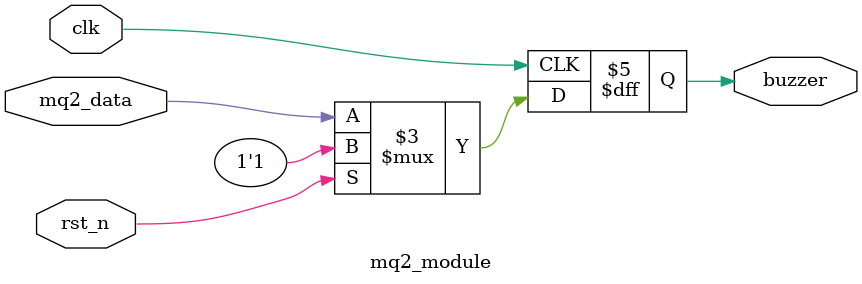
<source format=v>
module mq2_module(
    input clk,              // System clock input
    input rst_n,           // Reset signal input, active low
    input mq2_data,        // MQ-2 sensor digital input (high: gas detected, low: normal)
    output reg buzzer      // Alert signal output (low: alert, high: normal)
);

    // Simple alert logic
    always @(posedge clk ) begin
        if (rst_n) begin
            buzzer <= 1'b1;    // Initialize to no alert (high)
        end
        else begin
            buzzer <= mq2_data;  // When input is high (gas detected), output low (alert)
        end
    end

endmodule
</source>
